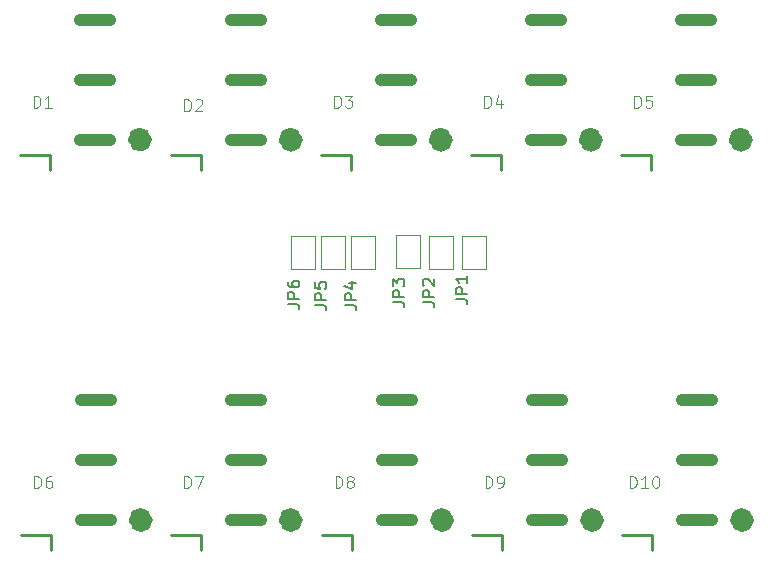
<source format=gbr>
%TF.GenerationSoftware,KiCad,Pcbnew,5.1.9-73d0e3b20d~88~ubuntu20.04.1*%
%TF.CreationDate,2021-05-01T11:52:03+02:00*%
%TF.ProjectId,anna_elsa_credit_display,616e6e61-5f65-46c7-9361-5f6372656469,rev?*%
%TF.SameCoordinates,Original*%
%TF.FileFunction,Legend,Top*%
%TF.FilePolarity,Positive*%
%FSLAX46Y46*%
G04 Gerber Fmt 4.6, Leading zero omitted, Abs format (unit mm)*
G04 Created by KiCad (PCBNEW 5.1.9-73d0e3b20d~88~ubuntu20.04.1) date 2021-05-01 11:52:03*
%MOMM*%
%LPD*%
G01*
G04 APERTURE LIST*
%ADD10C,0.120000*%
%ADD11C,0.254000*%
%ADD12C,1.016000*%
%ADD13C,0.150000*%
%ADD14C,0.015000*%
G04 APERTURE END LIST*
D10*
%TO.C,JP6*%
X118856000Y-63010000D02*
X116856000Y-63010000D01*
X118856000Y-60210000D02*
X118856000Y-63010000D01*
X116856000Y-60210000D02*
X118856000Y-60210000D01*
X116856000Y-63010000D02*
X116856000Y-60210000D01*
%TO.C,JP5*%
X121396000Y-63010000D02*
X119396000Y-63010000D01*
X121396000Y-60210000D02*
X121396000Y-63010000D01*
X119396000Y-60210000D02*
X121396000Y-60210000D01*
X119396000Y-63010000D02*
X119396000Y-60210000D01*
%TO.C,JP4*%
X123936000Y-63010000D02*
X121936000Y-63010000D01*
X123936000Y-60210000D02*
X123936000Y-63010000D01*
X121936000Y-60210000D02*
X123936000Y-60210000D01*
X121936000Y-63010000D02*
X121936000Y-60210000D01*
%TO.C,JP3*%
X127746000Y-62980000D02*
X125746000Y-62980000D01*
X127746000Y-60180000D02*
X127746000Y-62980000D01*
X125746000Y-60180000D02*
X127746000Y-60180000D01*
X125746000Y-62980000D02*
X125746000Y-60180000D01*
%TO.C,JP2*%
X130540000Y-63010000D02*
X128540000Y-63010000D01*
X130540000Y-60210000D02*
X130540000Y-63010000D01*
X128540000Y-60210000D02*
X130540000Y-60210000D01*
X128540000Y-63010000D02*
X128540000Y-60210000D01*
%TO.C,JP1*%
X131334000Y-60210000D02*
X133334000Y-60210000D01*
X131334000Y-63010000D02*
X131334000Y-60210000D01*
X133334000Y-63010000D02*
X131334000Y-63010000D01*
X133334000Y-60210000D02*
X133334000Y-63010000D01*
D11*
%TO.C,D4*%
X132050000Y-53350000D02*
X134590000Y-53350000D01*
X134590000Y-53350000D02*
X134590000Y-54620000D01*
D12*
X137130000Y-41920000D02*
X139670000Y-41920000D01*
X137130000Y-47000000D02*
X139670000Y-47000000D01*
X137130000Y-52080000D02*
X139670000Y-52080000D01*
X142718000Y-52080000D02*
G75*
G03*
X142718000Y-52080000I-508000J0D01*
G01*
D11*
%TO.C,D1*%
X93880000Y-53340000D02*
X96420000Y-53340000D01*
X96420000Y-53340000D02*
X96420000Y-54610000D01*
D12*
X98960000Y-41910000D02*
X101500000Y-41910000D01*
X98960000Y-46990000D02*
X101500000Y-46990000D01*
X98960000Y-52070000D02*
X101500000Y-52070000D01*
X104548000Y-52070000D02*
G75*
G03*
X104548000Y-52070000I-508000J0D01*
G01*
D11*
%TO.C,D10*%
X144850000Y-85550000D02*
X147390000Y-85550000D01*
X147390000Y-85550000D02*
X147390000Y-86820000D01*
D12*
X149930000Y-74120000D02*
X152470000Y-74120000D01*
X149930000Y-79200000D02*
X152470000Y-79200000D01*
X149930000Y-84280000D02*
X152470000Y-84280000D01*
X155518000Y-84280000D02*
G75*
G03*
X155518000Y-84280000I-508000J0D01*
G01*
D11*
%TO.C,D5*%
X144750000Y-53350000D02*
X147290000Y-53350000D01*
X147290000Y-53350000D02*
X147290000Y-54620000D01*
D12*
X149830000Y-41920000D02*
X152370000Y-41920000D01*
X149830000Y-47000000D02*
X152370000Y-47000000D01*
X149830000Y-52080000D02*
X152370000Y-52080000D01*
X155418000Y-52080000D02*
G75*
G03*
X155418000Y-52080000I-508000J0D01*
G01*
D11*
%TO.C,D9*%
X132150000Y-85550000D02*
X134690000Y-85550000D01*
X134690000Y-85550000D02*
X134690000Y-86820000D01*
D12*
X137230000Y-74120000D02*
X139770000Y-74120000D01*
X137230000Y-79200000D02*
X139770000Y-79200000D01*
X137230000Y-84280000D02*
X139770000Y-84280000D01*
X142818000Y-84280000D02*
G75*
G03*
X142818000Y-84280000I-508000J0D01*
G01*
D11*
%TO.C,D8*%
X119450000Y-85550000D02*
X121990000Y-85550000D01*
X121990000Y-85550000D02*
X121990000Y-86820000D01*
D12*
X124530000Y-74120000D02*
X127070000Y-74120000D01*
X124530000Y-79200000D02*
X127070000Y-79200000D01*
X124530000Y-84280000D02*
X127070000Y-84280000D01*
X130118000Y-84280000D02*
G75*
G03*
X130118000Y-84280000I-508000J0D01*
G01*
D11*
%TO.C,D3*%
X119350000Y-53350000D02*
X121890000Y-53350000D01*
X121890000Y-53350000D02*
X121890000Y-54620000D01*
D12*
X124430000Y-41920000D02*
X126970000Y-41920000D01*
X124430000Y-47000000D02*
X126970000Y-47000000D01*
X124430000Y-52080000D02*
X126970000Y-52080000D01*
X130018000Y-52080000D02*
G75*
G03*
X130018000Y-52080000I-508000J0D01*
G01*
D11*
%TO.C,D7*%
X106650000Y-85550000D02*
X109190000Y-85550000D01*
X109190000Y-85550000D02*
X109190000Y-86820000D01*
D12*
X111730000Y-74120000D02*
X114270000Y-74120000D01*
X111730000Y-79200000D02*
X114270000Y-79200000D01*
X111730000Y-84280000D02*
X114270000Y-84280000D01*
X117318000Y-84280000D02*
G75*
G03*
X117318000Y-84280000I-508000J0D01*
G01*
D11*
%TO.C,D2*%
X106650000Y-53350000D02*
X109190000Y-53350000D01*
X109190000Y-53350000D02*
X109190000Y-54620000D01*
D12*
X111730000Y-41920000D02*
X114270000Y-41920000D01*
X111730000Y-47000000D02*
X114270000Y-47000000D01*
X111730000Y-52080000D02*
X114270000Y-52080000D01*
X117318000Y-52080000D02*
G75*
G03*
X117318000Y-52080000I-508000J0D01*
G01*
D11*
%TO.C,D6*%
X93950000Y-85550000D02*
X96490000Y-85550000D01*
X96490000Y-85550000D02*
X96490000Y-86820000D01*
D12*
X99030000Y-74120000D02*
X101570000Y-74120000D01*
X99030000Y-79200000D02*
X101570000Y-79200000D01*
X99030000Y-84280000D02*
X101570000Y-84280000D01*
X104618000Y-84280000D02*
G75*
G03*
X104618000Y-84280000I-508000J0D01*
G01*
%TO.C,JP6*%
D13*
X116546380Y-65999333D02*
X117260666Y-65999333D01*
X117403523Y-66046952D01*
X117498761Y-66142190D01*
X117546380Y-66285047D01*
X117546380Y-66380285D01*
X117546380Y-65523142D02*
X116546380Y-65523142D01*
X116546380Y-65142190D01*
X116594000Y-65046952D01*
X116641619Y-64999333D01*
X116736857Y-64951714D01*
X116879714Y-64951714D01*
X116974952Y-64999333D01*
X117022571Y-65046952D01*
X117070190Y-65142190D01*
X117070190Y-65523142D01*
X116546380Y-64094571D02*
X116546380Y-64285047D01*
X116594000Y-64380285D01*
X116641619Y-64427904D01*
X116784476Y-64523142D01*
X116974952Y-64570761D01*
X117355904Y-64570761D01*
X117451142Y-64523142D01*
X117498761Y-64475523D01*
X117546380Y-64380285D01*
X117546380Y-64189809D01*
X117498761Y-64094571D01*
X117451142Y-64046952D01*
X117355904Y-63999333D01*
X117117809Y-63999333D01*
X117022571Y-64046952D01*
X116974952Y-64094571D01*
X116927333Y-64189809D01*
X116927333Y-64380285D01*
X116974952Y-64475523D01*
X117022571Y-64523142D01*
X117117809Y-64570761D01*
%TO.C,JP5*%
X118832380Y-66111333D02*
X119546666Y-66111333D01*
X119689523Y-66158952D01*
X119784761Y-66254190D01*
X119832380Y-66397047D01*
X119832380Y-66492285D01*
X119832380Y-65635142D02*
X118832380Y-65635142D01*
X118832380Y-65254190D01*
X118880000Y-65158952D01*
X118927619Y-65111333D01*
X119022857Y-65063714D01*
X119165714Y-65063714D01*
X119260952Y-65111333D01*
X119308571Y-65158952D01*
X119356190Y-65254190D01*
X119356190Y-65635142D01*
X118832380Y-64158952D02*
X118832380Y-64635142D01*
X119308571Y-64682761D01*
X119260952Y-64635142D01*
X119213333Y-64539904D01*
X119213333Y-64301809D01*
X119260952Y-64206571D01*
X119308571Y-64158952D01*
X119403809Y-64111333D01*
X119641904Y-64111333D01*
X119737142Y-64158952D01*
X119784761Y-64206571D01*
X119832380Y-64301809D01*
X119832380Y-64539904D01*
X119784761Y-64635142D01*
X119737142Y-64682761D01*
%TO.C,JP4*%
X121372380Y-66111333D02*
X122086666Y-66111333D01*
X122229523Y-66158952D01*
X122324761Y-66254190D01*
X122372380Y-66397047D01*
X122372380Y-66492285D01*
X122372380Y-65635142D02*
X121372380Y-65635142D01*
X121372380Y-65254190D01*
X121420000Y-65158952D01*
X121467619Y-65111333D01*
X121562857Y-65063714D01*
X121705714Y-65063714D01*
X121800952Y-65111333D01*
X121848571Y-65158952D01*
X121896190Y-65254190D01*
X121896190Y-65635142D01*
X121705714Y-64206571D02*
X122372380Y-64206571D01*
X121324761Y-64444666D02*
X122039047Y-64682761D01*
X122039047Y-64063714D01*
%TO.C,JP3*%
X125436380Y-65857333D02*
X126150666Y-65857333D01*
X126293523Y-65904952D01*
X126388761Y-66000190D01*
X126436380Y-66143047D01*
X126436380Y-66238285D01*
X126436380Y-65381142D02*
X125436380Y-65381142D01*
X125436380Y-65000190D01*
X125484000Y-64904952D01*
X125531619Y-64857333D01*
X125626857Y-64809714D01*
X125769714Y-64809714D01*
X125864952Y-64857333D01*
X125912571Y-64904952D01*
X125960190Y-65000190D01*
X125960190Y-65381142D01*
X125436380Y-64476380D02*
X125436380Y-63857333D01*
X125817333Y-64190666D01*
X125817333Y-64047809D01*
X125864952Y-63952571D01*
X125912571Y-63904952D01*
X126007809Y-63857333D01*
X126245904Y-63857333D01*
X126341142Y-63904952D01*
X126388761Y-63952571D01*
X126436380Y-64047809D01*
X126436380Y-64333523D01*
X126388761Y-64428761D01*
X126341142Y-64476380D01*
%TO.C,JP2*%
X127976380Y-65857333D02*
X128690666Y-65857333D01*
X128833523Y-65904952D01*
X128928761Y-66000190D01*
X128976380Y-66143047D01*
X128976380Y-66238285D01*
X128976380Y-65381142D02*
X127976380Y-65381142D01*
X127976380Y-65000190D01*
X128024000Y-64904952D01*
X128071619Y-64857333D01*
X128166857Y-64809714D01*
X128309714Y-64809714D01*
X128404952Y-64857333D01*
X128452571Y-64904952D01*
X128500190Y-65000190D01*
X128500190Y-65381142D01*
X128071619Y-64428761D02*
X128024000Y-64381142D01*
X127976380Y-64285904D01*
X127976380Y-64047809D01*
X128024000Y-63952571D01*
X128071619Y-63904952D01*
X128166857Y-63857333D01*
X128262095Y-63857333D01*
X128404952Y-63904952D01*
X128976380Y-64476380D01*
X128976380Y-63857333D01*
%TO.C,JP1*%
X130770380Y-65603333D02*
X131484666Y-65603333D01*
X131627523Y-65650952D01*
X131722761Y-65746190D01*
X131770380Y-65889047D01*
X131770380Y-65984285D01*
X131770380Y-65127142D02*
X130770380Y-65127142D01*
X130770380Y-64746190D01*
X130818000Y-64650952D01*
X130865619Y-64603333D01*
X130960857Y-64555714D01*
X131103714Y-64555714D01*
X131198952Y-64603333D01*
X131246571Y-64650952D01*
X131294190Y-64746190D01*
X131294190Y-65127142D01*
X131770380Y-63603333D02*
X131770380Y-64174761D01*
X131770380Y-63889047D02*
X130770380Y-63889047D01*
X130913238Y-63984285D01*
X131008476Y-64079523D01*
X131056095Y-64174761D01*
%TO.C,D4*%
D14*
X133207446Y-49361677D02*
X133207446Y-48359850D01*
X133445976Y-48359850D01*
X133589094Y-48407556D01*
X133684506Y-48502968D01*
X133732212Y-48598380D01*
X133779918Y-48789204D01*
X133779918Y-48932323D01*
X133732212Y-49123147D01*
X133684506Y-49218559D01*
X133589094Y-49313971D01*
X133445976Y-49361677D01*
X133207446Y-49361677D01*
X134638627Y-48693792D02*
X134638627Y-49361677D01*
X134400097Y-48312144D02*
X134161567Y-49027735D01*
X134781745Y-49027735D01*
%TO.C,D1*%
X95037446Y-49351677D02*
X95037446Y-48349850D01*
X95275976Y-48349850D01*
X95419094Y-48397556D01*
X95514506Y-48492968D01*
X95562212Y-48588380D01*
X95609918Y-48779204D01*
X95609918Y-48922323D01*
X95562212Y-49113147D01*
X95514506Y-49208559D01*
X95419094Y-49303971D01*
X95275976Y-49351677D01*
X95037446Y-49351677D01*
X96564039Y-49351677D02*
X95991567Y-49351677D01*
X96277803Y-49351677D02*
X96277803Y-48349850D01*
X96182391Y-48492968D01*
X96086979Y-48588380D01*
X95991567Y-48636086D01*
%TO.C,D10*%
X145530385Y-81561677D02*
X145530385Y-80559850D01*
X145768916Y-80559850D01*
X145912034Y-80607556D01*
X146007446Y-80702968D01*
X146055152Y-80798380D01*
X146102858Y-80989204D01*
X146102858Y-81132323D01*
X146055152Y-81323147D01*
X146007446Y-81418559D01*
X145912034Y-81513971D01*
X145768916Y-81561677D01*
X145530385Y-81561677D01*
X147056979Y-81561677D02*
X146484506Y-81561677D01*
X146770743Y-81561677D02*
X146770743Y-80559850D01*
X146675330Y-80702968D01*
X146579918Y-80798380D01*
X146484506Y-80846086D01*
X147677157Y-80559850D02*
X147772570Y-80559850D01*
X147867982Y-80607556D01*
X147915688Y-80655262D01*
X147963394Y-80750674D01*
X148011100Y-80941498D01*
X148011100Y-81180029D01*
X147963394Y-81370853D01*
X147915688Y-81466265D01*
X147867982Y-81513971D01*
X147772570Y-81561677D01*
X147677157Y-81561677D01*
X147581745Y-81513971D01*
X147534039Y-81466265D01*
X147486333Y-81370853D01*
X147438627Y-81180029D01*
X147438627Y-80941498D01*
X147486333Y-80750674D01*
X147534039Y-80655262D01*
X147581745Y-80607556D01*
X147677157Y-80559850D01*
%TO.C,D5*%
X145907446Y-49361677D02*
X145907446Y-48359850D01*
X146145976Y-48359850D01*
X146289094Y-48407556D01*
X146384506Y-48502968D01*
X146432212Y-48598380D01*
X146479918Y-48789204D01*
X146479918Y-48932323D01*
X146432212Y-49123147D01*
X146384506Y-49218559D01*
X146289094Y-49313971D01*
X146145976Y-49361677D01*
X145907446Y-49361677D01*
X147386333Y-48359850D02*
X146909273Y-48359850D01*
X146861567Y-48836910D01*
X146909273Y-48789204D01*
X147004685Y-48741498D01*
X147243215Y-48741498D01*
X147338627Y-48789204D01*
X147386333Y-48836910D01*
X147434039Y-48932323D01*
X147434039Y-49170853D01*
X147386333Y-49266265D01*
X147338627Y-49313971D01*
X147243215Y-49361677D01*
X147004685Y-49361677D01*
X146909273Y-49313971D01*
X146861567Y-49266265D01*
%TO.C,D9*%
X133307446Y-81561677D02*
X133307446Y-80559850D01*
X133545976Y-80559850D01*
X133689094Y-80607556D01*
X133784506Y-80702968D01*
X133832212Y-80798380D01*
X133879918Y-80989204D01*
X133879918Y-81132323D01*
X133832212Y-81323147D01*
X133784506Y-81418559D01*
X133689094Y-81513971D01*
X133545976Y-81561677D01*
X133307446Y-81561677D01*
X134356979Y-81561677D02*
X134547803Y-81561677D01*
X134643215Y-81513971D01*
X134690921Y-81466265D01*
X134786333Y-81323147D01*
X134834039Y-81132323D01*
X134834039Y-80750674D01*
X134786333Y-80655262D01*
X134738627Y-80607556D01*
X134643215Y-80559850D01*
X134452391Y-80559850D01*
X134356979Y-80607556D01*
X134309273Y-80655262D01*
X134261567Y-80750674D01*
X134261567Y-80989204D01*
X134309273Y-81084616D01*
X134356979Y-81132323D01*
X134452391Y-81180029D01*
X134643215Y-81180029D01*
X134738627Y-81132323D01*
X134786333Y-81084616D01*
X134834039Y-80989204D01*
%TO.C,D8*%
X120607446Y-81561677D02*
X120607446Y-80559850D01*
X120845976Y-80559850D01*
X120989094Y-80607556D01*
X121084506Y-80702968D01*
X121132212Y-80798380D01*
X121179918Y-80989204D01*
X121179918Y-81132323D01*
X121132212Y-81323147D01*
X121084506Y-81418559D01*
X120989094Y-81513971D01*
X120845976Y-81561677D01*
X120607446Y-81561677D01*
X121752391Y-80989204D02*
X121656979Y-80941498D01*
X121609273Y-80893792D01*
X121561567Y-80798380D01*
X121561567Y-80750674D01*
X121609273Y-80655262D01*
X121656979Y-80607556D01*
X121752391Y-80559850D01*
X121943215Y-80559850D01*
X122038627Y-80607556D01*
X122086333Y-80655262D01*
X122134039Y-80750674D01*
X122134039Y-80798380D01*
X122086333Y-80893792D01*
X122038627Y-80941498D01*
X121943215Y-80989204D01*
X121752391Y-80989204D01*
X121656979Y-81036910D01*
X121609273Y-81084616D01*
X121561567Y-81180029D01*
X121561567Y-81370853D01*
X121609273Y-81466265D01*
X121656979Y-81513971D01*
X121752391Y-81561677D01*
X121943215Y-81561677D01*
X122038627Y-81513971D01*
X122086333Y-81466265D01*
X122134039Y-81370853D01*
X122134039Y-81180029D01*
X122086333Y-81084616D01*
X122038627Y-81036910D01*
X121943215Y-80989204D01*
%TO.C,D3*%
X120507446Y-49361677D02*
X120507446Y-48359850D01*
X120745976Y-48359850D01*
X120889094Y-48407556D01*
X120984506Y-48502968D01*
X121032212Y-48598380D01*
X121079918Y-48789204D01*
X121079918Y-48932323D01*
X121032212Y-49123147D01*
X120984506Y-49218559D01*
X120889094Y-49313971D01*
X120745976Y-49361677D01*
X120507446Y-49361677D01*
X121413861Y-48359850D02*
X122034039Y-48359850D01*
X121700097Y-48741498D01*
X121843215Y-48741498D01*
X121938627Y-48789204D01*
X121986333Y-48836910D01*
X122034039Y-48932323D01*
X122034039Y-49170853D01*
X121986333Y-49266265D01*
X121938627Y-49313971D01*
X121843215Y-49361677D01*
X121556979Y-49361677D01*
X121461567Y-49313971D01*
X121413861Y-49266265D01*
%TO.C,D7*%
X107807446Y-81561677D02*
X107807446Y-80559850D01*
X108045976Y-80559850D01*
X108189094Y-80607556D01*
X108284506Y-80702968D01*
X108332212Y-80798380D01*
X108379918Y-80989204D01*
X108379918Y-81132323D01*
X108332212Y-81323147D01*
X108284506Y-81418559D01*
X108189094Y-81513971D01*
X108045976Y-81561677D01*
X107807446Y-81561677D01*
X108713861Y-80559850D02*
X109381745Y-80559850D01*
X108952391Y-81561677D01*
%TO.C,D2*%
X107807446Y-49653207D02*
X107807446Y-48651380D01*
X108045976Y-48651380D01*
X108189094Y-48699086D01*
X108284506Y-48794498D01*
X108332212Y-48889910D01*
X108379918Y-49080734D01*
X108379918Y-49223853D01*
X108332212Y-49414677D01*
X108284506Y-49510089D01*
X108189094Y-49605501D01*
X108045976Y-49653207D01*
X107807446Y-49653207D01*
X108761567Y-48746792D02*
X108809273Y-48699086D01*
X108904685Y-48651380D01*
X109143215Y-48651380D01*
X109238627Y-48699086D01*
X109286333Y-48746792D01*
X109334039Y-48842204D01*
X109334039Y-48937616D01*
X109286333Y-49080734D01*
X108713861Y-49653207D01*
X109334039Y-49653207D01*
%TO.C,D6*%
X95107446Y-81561677D02*
X95107446Y-80559850D01*
X95345976Y-80559850D01*
X95489094Y-80607556D01*
X95584506Y-80702968D01*
X95632212Y-80798380D01*
X95679918Y-80989204D01*
X95679918Y-81132323D01*
X95632212Y-81323147D01*
X95584506Y-81418559D01*
X95489094Y-81513971D01*
X95345976Y-81561677D01*
X95107446Y-81561677D01*
X96538627Y-80559850D02*
X96347803Y-80559850D01*
X96252391Y-80607556D01*
X96204685Y-80655262D01*
X96109273Y-80798380D01*
X96061567Y-80989204D01*
X96061567Y-81370853D01*
X96109273Y-81466265D01*
X96156979Y-81513971D01*
X96252391Y-81561677D01*
X96443215Y-81561677D01*
X96538627Y-81513971D01*
X96586333Y-81466265D01*
X96634039Y-81370853D01*
X96634039Y-81132323D01*
X96586333Y-81036910D01*
X96538627Y-80989204D01*
X96443215Y-80941498D01*
X96252391Y-80941498D01*
X96156979Y-80989204D01*
X96109273Y-81036910D01*
X96061567Y-81132323D01*
%TD*%
M02*

</source>
